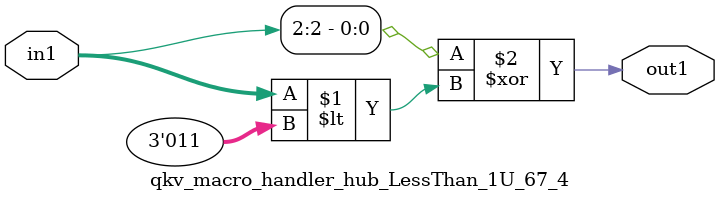
<source format=v>

`timescale 1ps / 1ps


module qkv_macro_handler_hub_LessThan_1U_67_4( in1, out1 );

    input [2:0] in1;
    output out1;

    
    // rtl_process:qkv_macro_handler_hub_LessThan_1U_67_4/qkv_macro_handler_hub_LessThan_1U_67_4_thread_1
    assign out1 = (in1[2] ^ in1 < 3'd3);

endmodule



</source>
